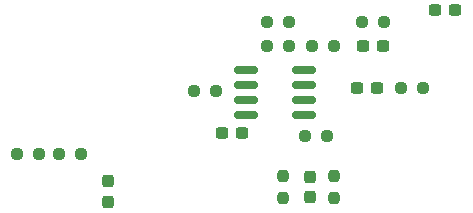
<source format=gbr>
%TF.GenerationSoftware,KiCad,Pcbnew,7.0.9*%
%TF.CreationDate,2023-12-02T22:57:23+09:00*%
%TF.ProjectId,Pmod_ADC,506d6f64-5f41-4444-932e-6b696361645f,rev?*%
%TF.SameCoordinates,Original*%
%TF.FileFunction,Paste,Top*%
%TF.FilePolarity,Positive*%
%FSLAX46Y46*%
G04 Gerber Fmt 4.6, Leading zero omitted, Abs format (unit mm)*
G04 Created by KiCad (PCBNEW 7.0.9) date 2023-12-02 22:57:23*
%MOMM*%
%LPD*%
G01*
G04 APERTURE LIST*
G04 Aperture macros list*
%AMRoundRect*
0 Rectangle with rounded corners*
0 $1 Rounding radius*
0 $2 $3 $4 $5 $6 $7 $8 $9 X,Y pos of 4 corners*
0 Add a 4 corners polygon primitive as box body*
4,1,4,$2,$3,$4,$5,$6,$7,$8,$9,$2,$3,0*
0 Add four circle primitives for the rounded corners*
1,1,$1+$1,$2,$3*
1,1,$1+$1,$4,$5*
1,1,$1+$1,$6,$7*
1,1,$1+$1,$8,$9*
0 Add four rect primitives between the rounded corners*
20,1,$1+$1,$2,$3,$4,$5,0*
20,1,$1+$1,$4,$5,$6,$7,0*
20,1,$1+$1,$6,$7,$8,$9,0*
20,1,$1+$1,$8,$9,$2,$3,0*%
G04 Aperture macros list end*
%ADD10RoundRect,0.237500X0.300000X0.237500X-0.300000X0.237500X-0.300000X-0.237500X0.300000X-0.237500X0*%
%ADD11RoundRect,0.237500X0.237500X-0.300000X0.237500X0.300000X-0.237500X0.300000X-0.237500X-0.300000X0*%
%ADD12RoundRect,0.237500X0.250000X0.237500X-0.250000X0.237500X-0.250000X-0.237500X0.250000X-0.237500X0*%
%ADD13RoundRect,0.237500X-0.250000X-0.237500X0.250000X-0.237500X0.250000X0.237500X-0.250000X0.237500X0*%
%ADD14RoundRect,0.237500X-0.237500X0.250000X-0.237500X-0.250000X0.237500X-0.250000X0.237500X0.250000X0*%
%ADD15RoundRect,0.237500X0.237500X-0.250000X0.237500X0.250000X-0.237500X0.250000X-0.237500X-0.250000X0*%
%ADD16RoundRect,0.150000X0.825000X0.150000X-0.825000X0.150000X-0.825000X-0.150000X0.825000X-0.150000X0*%
%ADD17RoundRect,0.237500X-0.300000X-0.237500X0.300000X-0.237500X0.300000X0.237500X-0.300000X0.237500X0*%
%ADD18RoundRect,0.237500X-0.237500X0.300000X-0.237500X-0.300000X0.237500X-0.300000X0.237500X0.300000X0*%
G04 APERTURE END LIST*
D10*
%TO.C,C4*%
X207872500Y-91186000D03*
X206147500Y-91186000D03*
%TD*%
D11*
%TO.C,C3*%
X202184000Y-100430500D03*
X202184000Y-98705500D03*
%TD*%
D10*
%TO.C,C5*%
X214476500Y-84582000D03*
X212751500Y-84582000D03*
%TD*%
D12*
%TO.C,R7*%
X204216000Y-87630000D03*
X202391000Y-87630000D03*
%TD*%
%TO.C,R5*%
X211732500Y-91186000D03*
X209907500Y-91186000D03*
%TD*%
D13*
%TO.C,R6*%
X198581000Y-87630000D03*
X200406000Y-87630000D03*
%TD*%
%TO.C,R2*%
X177380500Y-96774000D03*
X179205500Y-96774000D03*
%TD*%
%TO.C,R8*%
X192381500Y-91440000D03*
X194206500Y-91440000D03*
%TD*%
D14*
%TO.C,R4*%
X204216000Y-98655500D03*
X204216000Y-100480500D03*
%TD*%
D15*
%TO.C,R9*%
X199898000Y-100480500D03*
X199898000Y-98655500D03*
%TD*%
D16*
%TO.C,U3*%
X201676000Y-93448500D03*
X201676000Y-92178500D03*
X201676000Y-90908500D03*
X201676000Y-89638500D03*
X196726000Y-89638500D03*
X196726000Y-90908500D03*
X196726000Y-92178500D03*
X196726000Y-93448500D03*
%TD*%
D17*
%TO.C,C6*%
X194717500Y-94996000D03*
X196442500Y-94996000D03*
%TD*%
D18*
%TO.C,C2*%
X185047500Y-99060000D03*
X185047500Y-100785000D03*
%TD*%
D12*
%TO.C,R10*%
X203604500Y-95250000D03*
X201779500Y-95250000D03*
%TD*%
D13*
%TO.C,R11*%
X198581000Y-85598000D03*
X200406000Y-85598000D03*
%TD*%
D10*
%TO.C,C7*%
X208380500Y-87630000D03*
X206655500Y-87630000D03*
%TD*%
D12*
%TO.C,R12*%
X208430500Y-85598000D03*
X206605500Y-85598000D03*
%TD*%
D13*
%TO.C,R1*%
X180936500Y-96774000D03*
X182761500Y-96774000D03*
%TD*%
M02*

</source>
